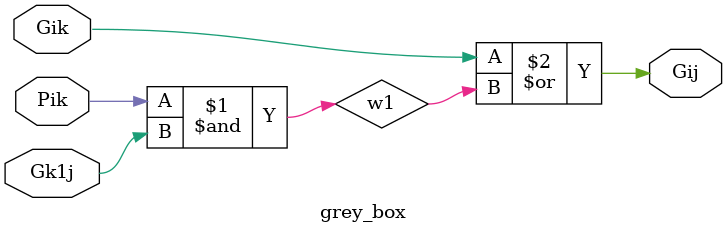
<source format=v>
module grey_box(Gik, Pik, Gk1j, Gij
	);

	// Assigning ports as in/out
	input Gik, Pik, Gk1j;
	output Gij;

	// Logic
	// Gij = Gik + (Pik*Gk1j)
	wire w1;
	and g1(w1, Pik, Gk1j);
	or g2(Gij, Gik, w1);

endmodule

</source>
